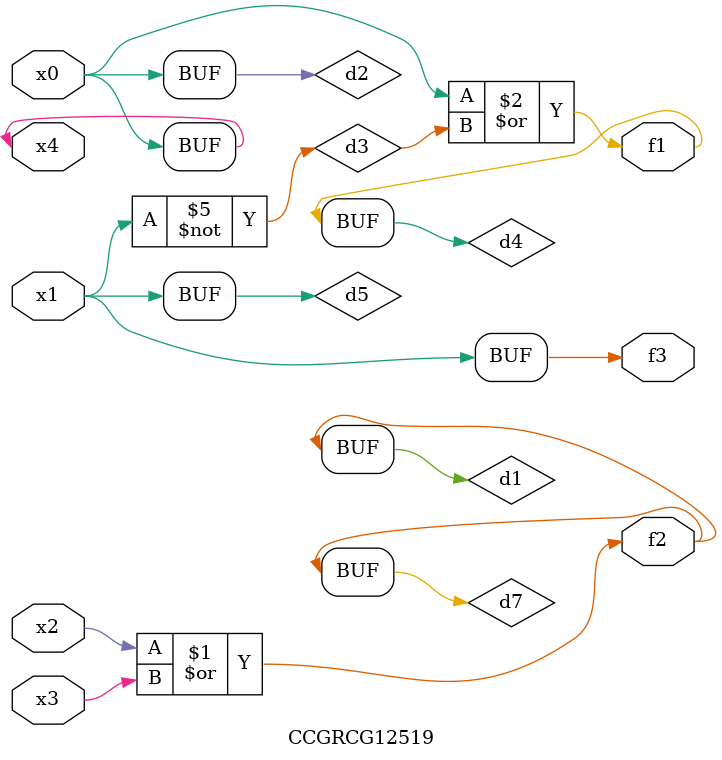
<source format=v>
module CCGRCG12519(
	input x0, x1, x2, x3, x4,
	output f1, f2, f3
);

	wire d1, d2, d3, d4, d5, d6, d7;

	or (d1, x2, x3);
	buf (d2, x0, x4);
	not (d3, x1);
	or (d4, d2, d3);
	not (d5, d3);
	nand (d6, d1, d3);
	or (d7, d1);
	assign f1 = d4;
	assign f2 = d7;
	assign f3 = d5;
endmodule

</source>
